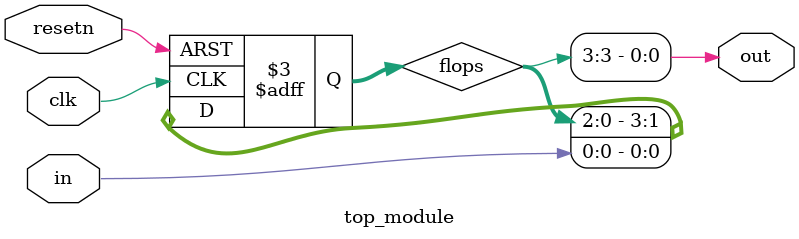
<source format=sv>
module top_module (
	input clk,
	input resetn,
	input in,
	output out
);

reg [3:0] flops;

always @(posedge clk or negedge resetn) begin
	if (!resetn) begin
		flops <= 4'b0;
	end else begin
		flops <= {flops[2:0], in};
	end
end

assign out = flops[3];

endmodule

</source>
